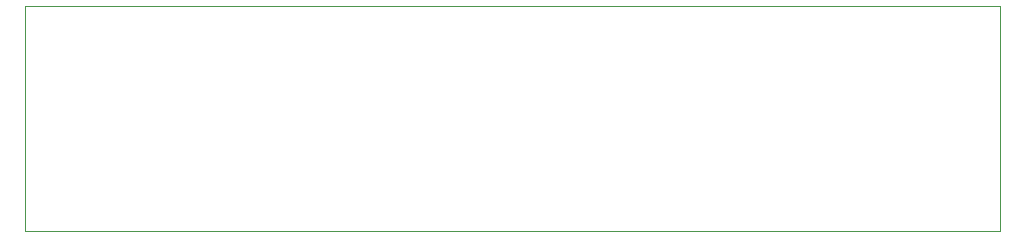
<source format=gbr>
G04 #@! TF.GenerationSoftware,KiCad,Pcbnew,5.1.2-f72e74a~84~ubuntu18.04.1*
G04 #@! TF.CreationDate,2019-12-04T16:39:43+01:00*
G04 #@! TF.ProjectId,FR4_proto3,4652345f-7072-46f7-946f-332e6b696361,rev?*
G04 #@! TF.SameCoordinates,Original*
G04 #@! TF.FileFunction,Profile,NP*
%FSLAX46Y46*%
G04 Gerber Fmt 4.6, Leading zero omitted, Abs format (unit mm)*
G04 Created by KiCad (PCBNEW 5.1.2-f72e74a~84~ubuntu18.04.1) date 2019-12-04 16:39:43*
%MOMM*%
%LPD*%
G04 APERTURE LIST*
%ADD10C,0.050000*%
G04 APERTURE END LIST*
D10*
X175260000Y-115570000D02*
X173990000Y-115570000D01*
X175260000Y-96520000D02*
X175260000Y-115570000D01*
X92710000Y-96520000D02*
X175260000Y-96520000D01*
X92710000Y-115570000D02*
X92710000Y-96520000D01*
X173990000Y-115570000D02*
X92710000Y-115570000D01*
M02*

</source>
